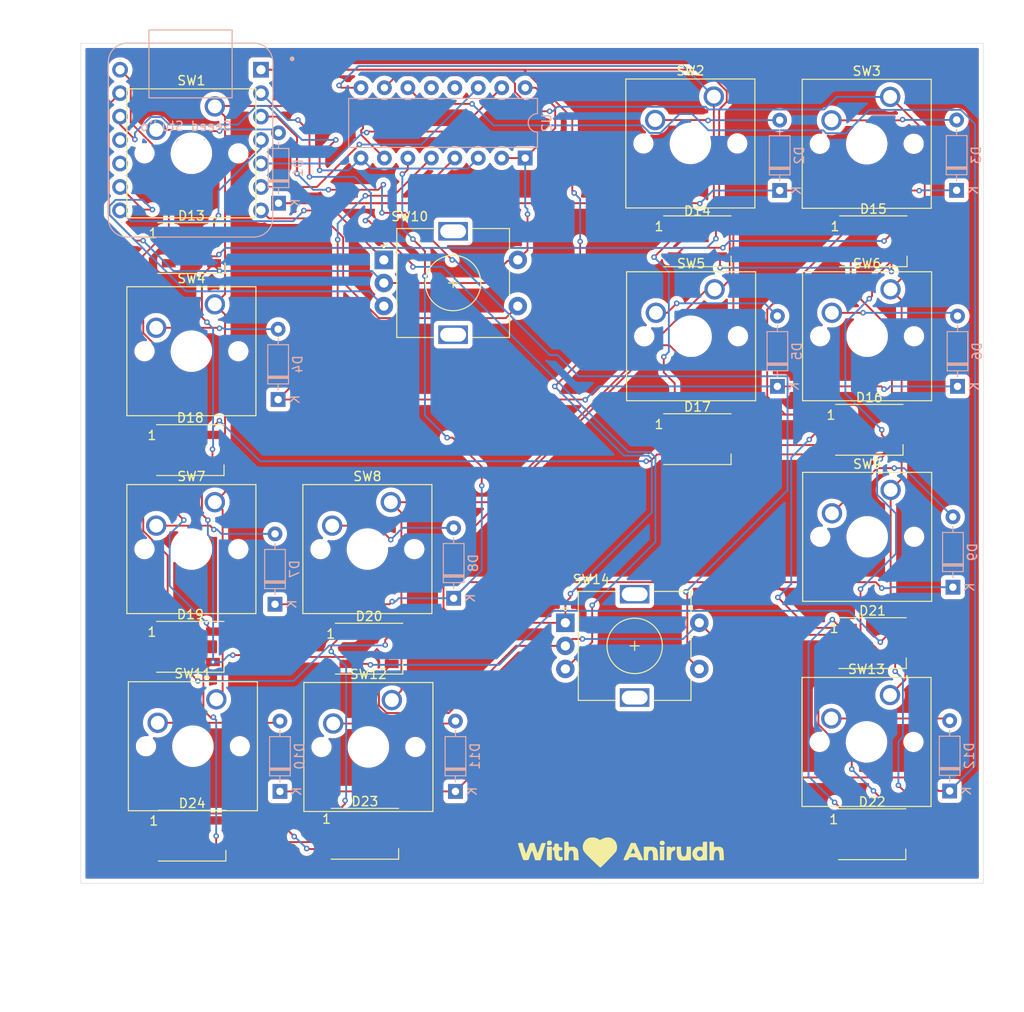
<source format=kicad_pcb>
(kicad_pcb (version 20240108) (generator "pcbnew") (generator_version "8.0")
  (layers (0 "F.Cu" signal) (31 "B.Cu" signal) (34 "B.Paste" user) (35 "F.Paste" user) (36 "B.SilkS" user "B.Silkscreen") (37 "F.SilkS" user "F.Silkscreen") (38 "B.Mask" user) (39 "F.Mask" user) (44 "Edge.Cuts" user))
  (net 0 "")
  (net 1 "Net-(D1-A)")
  (net 2 "Row 0")
  (net 3 "Net-(D2-A)")
  (net 4 "Net-(D3-A)")
  (net 5 "Row 1")
  (net 6 "Net-(D4-A)")
  (net 7 "Net-(D5-A)")
  (net 8 "Net-(D6-A)")
  (net 9 "Net-(D7-A)")
  (net 10 "Row 2")
  (net 11 "Net-(D8-A)")
  (net 12 "Net-(D9-A)")
  (net 13 "Column 1")
  (net 14 "Column 2")
  (net 15 "Column 0")
  (net 16 "Row 3")
  (net 17 "Net-(D10-A)")
  (net 18 "5V")
  (net 19 "Net-(D11-A)")
  (net 20 "GND")
  (net 21 "Net-(D12-A)")
  (net 22 "Net-(D19-DOUT)")
  (net 23 "Net-(D20-DOUT)")
  (net 24 "Net-(D21-DOUT)")
  (net 25 "Net-(D22-DOUT)")
  (net 26 "DIN")
  (net 27 "S1")
  (net 28 "B")
  (net 29 "A")
  (net 30 "S1'")
  (net 31 "Net-(D23-DOUT)")
  (net 32 "Net-(D13-DOUT)")
  (net 33 "Net-(D14-DOUT)")
  (net 34 "Net-(D15-DOUT)")
  (net 35 "A1")
  (net 36 "B1")
  (net 37 "Net-(D16-DOUT)")
  (net 39 "SCL")
  (net 40 "3.3v")
  (net 41 "SDA")
  (net 42 "Net-(D17-DOUT)")
  (net 44 "Net-(D18-DOUT)")
  (footprint "Button_Switch_Keyboard:SW_Cherry_MX_1.00u_PCB" (layer "F.Cu") (at 133.50875 87.78875)
    (property "Reference" "SW8")
    (property "Value" "SW_Push_45deg")
  )
  (footprint "Rotary_Encoder:RotaryEncoder_Alps_EC11E-Switch_Vertical_H20mm" (layer "F.Cu") (at 152.4 100.85)
    (property "Reference" "SW14")
    (property "Value" "RotaryEncoder_Switch")
  )
  (footprint "Button_Switch_Keyboard:SW_Cherry_MX_1.00u_PCB" (layer "F.Cu") (at 187.6 64.7375)
    (property "Reference" "SW6")
    (property "Value" "SW_Push_45deg")
  )
  (footprint "name:name" (layer "F.Cu") (at 158.4 132.55)
    (property "Reference" "G***" (hide yes))
    (property "Value" "LOGO" (hide yes))
  )
  (footprint "LED_SMD:LED_WS2812B_PLCC4_5.0x5.0mm_P3.2mm" (layer "F.Cu") (at 185.3 79.95)
    (property "Reference" "D16")
    (property "Value" "WS2812B")
  )
  (footprint "LED_SMD:LED_WS2812B_PLCC4_5.0x5.0mm_P3.2mm" (layer "F.Cu") (at 185.7375 59.53125)
    (property "Reference" "D15")
    (property "Value" "WS2812B")
  )
  (footprint "Button_Switch_Keyboard:SW_Cherry_MX_1.00u_PCB" (layer "F.Cu") (at 114.45875 44.92625)
    (property "Reference" "SW1")
    (property "Value" "SW_Push_45deg")
  )
  (footprint "Button_Switch_Keyboard:SW_Cherry_MX_1.00u_PCB" (layer "F.Cu") (at 168.55 64.7375)
    (property "Reference" "SW5")
    (property "Value" "SW_Push_45deg")
  )
  (footprint "Button_Switch_Keyboard:SW_Cherry_MX_1.00u_PCB" (layer "F.Cu") (at 114.62 109.13875)
    (property "Reference" "SW11")
    (property "Value" "SW_Push_45deg")
  )
  (footprint "Button_Switch_Keyboard:SW_Cherry_MX_1.00u_PCB" (layer "F.Cu") (at 187.56 43.89375)
    (property "Reference" "SW3")
    (property "Value" "SW_Push_45deg")
  )
  (footprint "Rotary_Encoder:RotaryEncoder_Alps_EC11E-Switch_Vertical_H20mm" (layer "F.Cu") (at 132.75 61.55)
    (property "Reference" "SW10")
    (property "Value" "RotaryEncoder_Switch")
  )
  (footprint "LED_SMD:LED_WS2812B_PLCC4_5.0x5.0mm_P3.2mm" (layer "F.Cu") (at 166.6875 59.53125)
    (property "Reference" "D14")
    (property "Value" "WS2812B")
  )
  (footprint "LED_SMD:LED_WS2812B_PLCC4_5.0x5.0mm_P3.2mm" (layer "F.Cu") (at 185.6 123.75)
    (property "Reference" "D22")
    (property "Value" "WS2812B")
  )
  (footprint "LED_SMD:LED_WS2812B_PLCC4_5.0x5.0mm_P3.2mm" (layer "F.Cu") (at 112 123.9)
    (property "Reference" "D24")
    (property "Value" "WS2812B")
  )
  (footprint "Button_Switch_Keyboard:SW_Cherry_MX_1.00u_PCB" (layer "F.Cu") (at 133.62 109.22)
    (property "Reference" "SW12")
    (property "Value" "SW_Push_45deg")
  )
  (footprint "LED_SMD:LED_WS2812B_PLCC4_5.0x5.0mm_P3.2mm" (layer "F.Cu") (at 130.7 123.7)
    (property "Reference" "D23")
    (property "Value" "WS2812B")
  )
  (footprint "LED_SMD:LED_WS2812B_PLCC4_5.0x5.0mm_P3.2mm" (layer "F.Cu") (at 166.6875 80.9625)
    (property "Reference" "D17")
    (property "Value" "WS2812B")
  )
  (footprint "LED_SMD:LED_WS2812B_PLCC4_5.0x5.0mm_P3.2mm" (layer "F.Cu") (at 111.91875 60.2625)
    (property "Reference" "D13")
    (property "Value" "WS2812B")
  )
  (footprint "LED_SMD:LED_WS2812B_PLCC4_5.0x5.0mm_P3.2mm" (layer "F.Cu") (at 185.65 103.05)
    (property "Reference" "D21")
    (property "Value" "WS2812B")
  )
  (footprint "Button_Switch_Keyboard:SW_Cherry_MX_1.00u_PCB" (layer "F.Cu") (at 114.45875 66.3575)
    (property "Reference" "SW4")
    (property "Value" "SW_Push_45deg")
  )
  (footprint "Button_Switch_Keyboard:SW_Cherry_MX_1.00u_PCB" (layer "F.Cu") (at 187.61 86.45625)
    (property "Reference" "SW9")
    (property "Value" "SW_Push_45deg")
  )
  (footprint "LED_SMD:LED_WS2812B_PLCC4_5.0x5.0mm_P3.2mm" (layer "F.Cu") (at 111.8 103.45)
    (property "Reference" "D19")
    (property "Value" "WS2812B")
  )
  (footprint "Button_Switch_Keyboard:SW_Cherry_MX_1.00u_PCB" (layer "F.Cu") (at 114.45875 87.78875)
    (property "Reference" "SW7")
    (property "Value" "SW_Push_45deg")
  )
  (footprint "Button_Switch_Keyboard:SW_Cherry_MX_1.00u_PCB" (layer "F.Cu") (at 187.54 108.6725)
    (property "Reference" "SW13")
    (property "Value" "SW_Push_45deg")
  )
  (footprint "LED_SMD:LED_WS2812B_PLCC4_5.0x5.0mm_P3.2mm" (layer "F.Cu") (at 131.15 103.65)
    (property "Reference" "D20")
    (property "Value" "WS2812B")
  )
  (footprint "Button_Switch_Keyboard:SW_Cherry_MX_1.00u_PCB" (layer "F.Cu") (at 168.47 43.85875)
    (property "Reference" "SW2")
    (property "Value" "SW_Push_45deg")
  )
  (footprint "LED_SMD:LED_WS2812B_PLCC4_5.0x5.0mm_P3.2mm" (layer "F.Cu") (at 111.8 82.15)
    (property "Reference" "D18")
    (property "Value" "WS2812B")
  )
  (footprint "Diode_THT:D_DO-35_SOD27_P7.62mm_Horizontal" (layer "B.Cu") (at 194.35 96.99625 90)
    (property "Reference" "D9")
    (property "Value" "1N4148")
  )
  (footprint "Diode_THT:D_DO-35_SOD27_P7.62mm_Horizontal" (layer "B.Cu") (at 140.5 119.11 90)
    (property "Reference" "D11")
    (property "Value" "1N4148")
  )
  (footprint "Package_DIP:CERDIP-16_W7.62mm_SideBrazed" (layer "B.Cu") (at 148.05 50.52 90)
    (property "Reference" "U2")
    (property "Value" "PCF8574")
  )
  (footprint "Diode_THT:D_DO-35_SOD27_P7.62mm_Horizontal" (layer "B.Cu") (at 121.5 119.11 90)
    (property "Reference" "D10")
    (property "Value" "1N4148")
  )
  (footprint "Diode_THT:D_DO-35_SOD27_P7.62mm_Horizontal" (layer "B.Cu") (at 140.30875 98.18875 90)
    (property "Reference" "D8")
    (property "Value" "1N4148")
  )
  (footprint "Diode_THT:D_DO-35_SOD27_P7.62mm_Horizontal" (layer "B.Cu") (at 194 119.0625 90)
    (property "Reference" "D12")
    (property "Value" "1N4148")
  )
  (footprint "Diode_THT:D_DO-35_SOD27_P7.62mm_Horizontal" (layer "B.Cu") (at 175.35 75.2475 90)
    (property "Reference" "D5")
    (property "Value" "1N4148")
  )
  (footprint "Diode_THT:D_DO-35_SOD27_P7.62mm_Horizontal" (layer "B.Cu") (at 121.30875 76.6675 90)
    (property "Reference" "D4")
    (property "Value" "1N4148")
  )
  (footprint "Seeed Studio XIAO Series Library:XIAO-Generic-Thruhole-14P-2.54-21X17.8MM" (layer "B.Cu") (at 111.825 48.57 180)
    (property "Reference" "U1")
    (property "Value" "Seeed Studio XIAO SAMD21" (hide yes))
  )
  (footprint "Diode_THT:D_DO-35_SOD27_P7.62mm_Horizontal" (layer "B.Cu") (at 121.34875 55.40625 90)
    (property "Reference" "D1")
    (property "Value" "1N4148")
  )
  (footprint "Diode_THT:D_DO-35_SOD27_P7.62mm_Horizontal" (layer "B.Cu") (at 194.85 75.2475 90)
    (property "Reference" "D6")
    (property "Value" "1N4148")
  )
  (footprint "Diode_THT:D_DO-35_SOD27_P7.62mm_Horizontal" (layer "B.Cu") (at 194.75 54.00875 90)
    (property "Reference" "D3")
    (property "Value" "1N4148")
  )
  (footprint "Diode_THT:D_DO-35_SOD27_P7.62mm_Horizontal" (layer "B.Cu") (at 120.96875 98.84125 90)
    (property "Reference" "D7")
    (property "Value" "1N4148")
  )
  (footprint "Diode_THT:D_DO-35_SOD27_P7.62mm_Horizontal" (layer "B.Cu") (at 175.6 54.03375 90)
    (property "Reference" "D2")
    (property "Value" "1N4148")
  )
  (gr_rect (start 99.95 38.1) (end 197.64375 129.05625) (stroke (width 0.05)) (fill none) (layer "Edge.Cuts"))
  (segment (start 109.664384 47.46625) (end 109.798134 47.6) (width 0.2) (layer "F.Cu") (net 1))
  (segment (start 109.798134 47.6) (end 114.958749 47.6) (width 0.2) (layer "F.Cu") (net 1))
  (segment (start 108.10875 47.46625) (end 109.664384 47.46625) (width 0.2) (layer "F.Cu") (net 1))
  (via (at 114.958749 47.6) (size 0.6) (drill 0.3) (layers "F.Cu" "B.Cu") (net 1))
  (segment (start 120.9825 47.42) (end 121.34875 47.78625) (width 0.2) (layer "B.Cu") (net 1))
  (segment (start 114.958749 47.6) (end 115.138749 47.42) (width 0.2) (layer "B.Cu") (net 1))
  (segment (start 115.138749 47.42) (end 120.9825 47.42) (width 0.2) (layer "B.Cu") (net 1))
  (segment (start 135.54375 55.40625) (end 140.43 50.52) (width 0.2) (layer "F.Cu") (net 2))
  (segment (start 121.34875 55.40625) (end 135.54375 55.40625) (width 0.2) (layer "F.Cu") (net 2))
  (segment (start 175.6 54.03375) (end 190.68375 54.03375) (width 0.2) (layer "F.Cu") (net 2))
  (segment (start 166.90625 55.40625) (end 166.95 55.45) (width 0.2) (layer "F.Cu") (net 2))
  (segment (start 190.68375 54.03375) (end 190.7 54.05) (width 0.2) (layer "F.Cu") (net 2))
  (segment (start 121.34875 55.40625) (end 166.90625 55.40625) (width 0.2) (layer "F.Cu") (net 2))
  (via (at 166.95 55.45) (size 0.6) (drill 0.3) (layers "F.Cu" "B.Cu") (net 2))
  (via (at 190.7 54.05) (size 0.6) (drill 0.3) (layers "F.Cu" "B.Cu") (net 2))
  (segment (start 168.36625 54.03375) (end 175.6 54.03375) (width 0.2) (layer "B.Cu") (net 2))
  (segment (start 166.95 55.45) (end 168.36625 54.03375) (width 0.2) (layer "B.Cu") (net 2))
  (segment (start 190.7 54.05) (end 190.74125 54.00875) (width 0.2) (layer "B.Cu") (net 2))
  (segment (start 190.74125 54.00875) (end 194.75 54.00875) (width 0.2) (layer "B.Cu") (net 2))
  (segment (start 162.12 46.39875) (end 167.79875 46.39875) (width 0.2) (layer "F.Cu") (net 3))
  (segment (start 167.79875 46.39875) (end 167.85 46.45) (width 0.2) (layer "F.Cu") (net 3))
  (via (at 167.85 46.45) (size 0.6) (drill 0.3) (layers "F.Cu" "B.Cu") (net 3))
  (segment (start 167.88625 46.41375) (end 175.6 46.41375) (width 0.2) (layer "B.Cu") (net 3))
  (segment (start 167.85 46.45) (end 167.88625 46.41375) (width 0.2) (layer "B.Cu") (net 3))
  (segment (start 188.81625 46.43375) (end 188.9 46.35) (width 0.2) (layer "F.Cu") (net 4))
  (segment (start 181.21 46.43375) (end 188.81625 46.43375) (width 0.2) (layer "F.Cu") (net 4))
  (via (at 188.9 46.35) (size 0.6) (drill 0.3) (layers "F.Cu" "B.Cu") (net 4))
  (segment (start 188.9 46.35) (end 188.93875 46.38875) (width 0.2) (layer "B.Cu") (net 4))
  (segment (start 188.93875 46.38875) (end 194.75 46.38875) (width 0.2) (layer "B.Cu") (net 4))
  (segment (start 127.75 59.35) (end 127.75 70.22625) (width 0.2) (layer "F.Cu") (net 5))
  (segment (start 137.89 50.52) (end 133.81 54.6) (width 0.2) (layer "F.Cu") (net 5))
  (segment (start 127.75 70.22625) (end 121.30875 76.6675) (width 0.2) (layer "F.Cu") (net 5))
  (segment (start 186.5975 75.2475) (end 186.9 75.55) (width 0.2) (layer "F.Cu") (net 5))
  (segment (start 175.35 75.2475) (end 186.5975 75.2475) (width 0.2) (layer "F.Cu") (net 5))
  (segment (start 133.81 54.6) (end 130.75 54.6) (width 0.2) (layer "F.Cu") (net 5))
  (segment (start 154.5175 76.6675) (end 154.55 76.7) (width 0.2) (layer "F.Cu") (net 5))
  (segment (start 121.30875 76.6675) (end 154.5175 76.6675) (width 0.2) (layer "F.Cu") (net 5))
  (via (at 186.9 75.55) (size 0.6) (drill 0.3) (layers "F.Cu" "B.Cu") (net 5))
  (via (at 154.55 76.7) (size 0.6) (drill 0.3) (layers "F.Cu" "B.Cu") (net 5))
  (via (at 127.75 59.35) (size 0.6) (drill 0.3) (layers "F.Cu" "B.Cu") (net 5))
  (via (at 130.75 54.6) (size 0.6) (drill 0.3) (layers "F.Cu" "B.Cu") (net 5))
  (segment (start 127.75 57.6) (end 127.75 59.35) (width 0.2) (layer "B.Cu") (net 5))
  (segment (start 130.75 54.6) (end 127.75 57.6) (width 0.2) (layer "B.Cu") (net 5))
  (segment (start 156.0025 75.2475) (end 175.35 75.2475) (width 0.2) (layer "B.Cu") (net 5))
  (segment (start 186.9 75.55) (end 187.25 75.55) (width 0.2) (layer "B.Cu") (net 5))
  (segment (start 187.5525 75.2475) (end 194.85 75.2475) (width 0.2) (layer "B.Cu") (net 5))
  (segment (start 154.55 76.7) (end 156.0025 75.2475) (width 0.2) (layer "B.Cu") (net 5))
  (segment (start 187.25 75.55) (end 187.5525 75.2475) (width 0.2) (layer "B.Cu") (net 5))
  (segment (start 108.10875 68.8975) (end 114.906249 68.8975) (width 0.2) (layer "F.Cu") (net 6))
  (segment (start 114.906249 68.8975) (end 114.958749 68.95) (width 0.2) (layer "F.Cu") (net 6))
  (via (at 114.958749 68.95) (size 0.6) (drill 0.3) (layers "F.Cu" "B.Cu") (net 6))
  (segment (start 115.4975 69.0475) (end 121.30875 69.0475) (width 0.2) (layer "B.Cu") (net 6))
  (segment (start 115.4 68.95) (end 115.4975 69.0475) (width 0.2) (layer "B.Cu") (net 6))
  (segment (start 114.958749 68.95) (end 115.4 68.95) (width 0.2) (layer "B.Cu") (net 6))
  (segment (start 163.4225 67.2775) (end 164.45 66.25) (width 0.2) (layer "F.Cu") (net 7))
  (segment (start 162.2 67.2775) (end 163.4225 67.2775) (width 0.2) (layer "F.Cu") (net 7))
  (via (at 164.45 66.25) (size 0.6) (drill 0.3) (layers "F.Cu" "B.Cu") (net 7))
  (segment (start 173.9725 66.25) (end 175.35 67.6275) (width 0.2) (layer "B.Cu") (net 7))
  (segment (start 164.45 66.25) (end 173.9725 66.25) (width 0.2) (layer "B.Cu") (net 7))
  (segment (start 184.62103 67.2775) (end 184.624265 67.274265) (width 0.2) (layer "F.Cu") (net 8))
  (segment (start 181.25 67.2775) (end 184.62103 67.2775) (width 0.2) (layer "F.Cu") (net 8))
  (via (at 184.624265 67.274265) (size 0.6) (drill 0.3) (layers "F.Cu" "B.Cu") (net 8))
  (segment (start 194.496765 67.274265) (end 194.85 67.6275) (width 0.2) (layer "B.Cu") (net 8))
  (segment (start 184.624265 67.274265) (end 194.496765 67.274265) (width 0.2) (layer "B.Cu") (net 8))
  (segment (start 108.10875 90.32875) (end 113.92875 90.32875) (width 0.2) (layer "F.Cu") (net 9))
  (segment (start 113.92875 90.32875) (end 114.35 90.75) (width 0.2) (layer "F.Cu") (net 9))
  (via (at 114.35 90.75) (size 0.6) (drill 0.3) (layers "F.Cu" "B.Cu") (net 9))
  (segment (start 115.17125 91.22125) (end 120.96875 91.22125) (width 0.2) (layer "B.Cu") (net 9))
  (segment (start 114.35 90.75) (end 114.7 90.75) (width 0.2) (layer "B.Cu") (net 9))
  (segment (start 114.7 90.75) (end 115.17125 91.22125) (width 0.2) (layer "B.Cu") (net 9))
  (segment (start 134.9 52.2) (end 134.8 52.2) (width 0.2) (layer "F.Cu") (net 10))
  (segment (start 140.30875 98.18875) (end 142.0475 96.45) (width 0.2) (layer "F.Cu") (net 10))
  (segment (start 143.35 83.95) (end 143.35 86) (width 0.2) (layer "F.Cu") (net 10))
  (segment (start 120.96875 98.84125) (end 133.35875 98.84125) (width 0.2) (layer "F.Cu") (net 10))
  (segment (start 135.35 51.75) (end 134.9 52.2) (width 0.2) (layer "F.Cu") (net 10))
  (segment (start 135.9 59.3) (end 137.2 60.6) (width 0.2) (layer "F.Cu") (net 10))
  (segment (start 139.6 80.8) (end 140.2 80.8) (width 0.2) (layer "F.Cu") (net 10))
  (segment (start 134.8 52.2) (end 134.75 52.25) (width 0.2) (layer "F.Cu") (net 10))
  (segment (start 133.35875 98.84125) (end 133.65 98.55) (width 0.2) (layer "F.Cu") (net 10))
  (segment (start 142.0475 96.45) (end 186 96.45) (width 0.2) (layer "F.Cu") (net 10))
  (segment (start 186 96.45) (end 186.65 97.1) (width 0.2) (layer "F.Cu") (net 10))
  (segment (start 140.2 80.8) (end 143.35 83.95) (width 0.2) (layer "F.Cu") (net 10))
  (segment (start 137.2 60.6) (end 137.2 63.3) (width 0.2) (layer "F.Cu") (net 10))
  (segment (start 135.35 50.52) (end 135.35 51.75) (width 0.2) (layer "F.Cu") (net 10))
  (via (at 143.35 86) (size 0.6) (drill 0.3) (layers "F.Cu" "B.Cu") (net 10))
  (via (at 134.75 52.25) (size 0.6) (drill 0.3) (layers "F.Cu" "B.Cu") (net 10))
  (via (at 139.6 80.8) (size 0.6) (drill 0.3) (layers "F.Cu" "B.Cu") (net 10))
  (via (at 133.65 98.55) (size 0.6) (drill 0.3) (layers "F.Cu" "B.Cu") (net 10))
  (via (at 137.2 63.3) (size 0.6) (drill 0.3) (layers "F.Cu" "B.Cu") (net 10))
  (via (at 186.65 97.1) (size 0.6) (drill 0.3) (layers "F.Cu" "B.Cu") (net 10))
  (via (at 135.9 59.3) (size 0.6) (drill 0.3) (layers "F.Cu" "B.Cu") (net 10))
  (segment (start 187.60375 96.99625) (end 194.35 96.99625) (width 0.2) (layer "B.Cu") (net 10))
  (segment (start 143.35 86) (end 143.35 95.1475) (width 0.2) (layer "B.Cu") (net 10))
  (segment (start 187.5 97.1) (end 187.60375 96.99625) (width 0.2) (layer "B.Cu") (net 10))
  (segment (start 143.35 95.1475) (end 140.30875 98.18875) (width 0.2) (layer "B.Cu") (net 10))
  (segment (start 134.75 58.15) (end 135.9 59.3) (width 0.2) (layer "B.Cu") (net 10))
  (segment (start 137.2 78.4) (end 139.6 80.8) (width 0.2) (layer "B.Cu") (net 10))
  (segment (start 137.2 63.3) (end 137.2 78.4) (width 0.2) (layer "B.Cu") (net 10))
  (segment (start 134 98.55) (end 134.36125 98.18875) (width 0.2) (layer "B.Cu") (net 10))
  (segment (start 134.75 52.25) (end 134.75 58.15) (width 0.2) (layer "B.Cu") (net 10))
  (segment (start 133.65 98.55) (end 134 98.55) (width 0.2) (layer "B.Cu") (net 10))
  (segment (start 186.65 97.1) (end 187.5 97.1) (width 0.2) (layer "B.Cu") (net 10))
  (segment (start 134.36125 98.18875) (end 140.30875 98.18875) (width 0.2) (layer "B.Cu") (net 10))
  (segment (start 131.97875 90.32875) (end 133.5 91.85) (width 0.2) (layer "F.Cu") (net 11))
  (segment (start 127.15875 90.32875) (end 131.97875 90.32875) (width 0.2) (layer "F.Cu") (net 11))
  (via (at 133.5 91.85) (size 0.6) (drill 0.3) (layers "F.Cu" "B.Cu") (net 11))
  (segment (start 134.78125 90.56875) (end 140.30875 90.56875) (width 0.2) (layer "B.Cu") (net 11))
  (segment (start 133.5 91.85) (end 134.78125 90.56875) (width 0.2) (layer "B.Cu") (net 11))
  (segment (start 181.26 88.99625) (end 186.15625 84.1) (width 0.2) (layer "F.Cu") (net 12))
  (segment (start 186.15625 84.1) (end 188 84.1) (width 0.2) (layer "F.Cu") (net 12))
  (via (at 188 84.1) (size 0.6) (drill 0.3) (layers "F.Cu" "B.Cu") (net 12))
  (segment (start 189.07375 84.1) (end 194.35 89.37625) (width 0.2) (layer "B.Cu") (net 12))
  (segment (start 188 84.1) (end 189.07375 84.1) (width 0.2) (layer "B.Cu") (net 12))
  (segment (start 170.1875 57.13125) (end 170.1875 63.7125) (width 0.2) (layer "F.Cu") (net 13))
  (segment (start 170.1875 63.7125) (end 169.1625 64.7375) (width 0.2) (layer "F.Cu") (net 13))
  (segment (start 130.27 42.9) (end 128.15 42.9) (width 0.2) (layer "F.Cu") (net 13))
  (segment (start 144.655806 87.78875) (end 167.707056 64.7375) (width 0.2) (layer "F.Cu") (net 13))
  (segment (start 168.47 43.85875) (end 168.47 55.41375) (width 0.2) (layer "F.Cu") (net 13))
  (segment (start 167.707056 64.7375) (end 168.55 64.7375) (width 0.2) (layer "F.Cu") (net 13))
  (segment (start 128.15 42.9) (end 127.9 42.65) (width 0.2) (layer "F.Cu") (net 13))
  (segment (start 134.65 88.93) (end 134.65 108.19) (width 0.2) (layer "F.Cu") (net 13))
  (segment (start 169.1625 64.7375) (end 168.55 64.7375) (width 0.2) (layer "F.Cu") (net 13))
  (segment (start 134.65 108.19) (end 133.62 109.22) (width 0.2) (layer "F.Cu") (net 13))
  (segment (start 168.47 55.41375) (end 170.1875 57.13125) (width 0.2) (layer "F.Cu") (net 13))
  (segment (start 133.50875 87.78875) (end 144.655806 87.78875) (width 0.2) (layer "F.Cu") (net 13))
  (segment (start 133.50875 87.78875) (end 134.65 88.93) (width 0.2) (layer "F.Cu") (net 13))
  (via (at 127.9 42.65) (size 0.6) (drill 0.3) (layers "F.Cu" "B.Cu") (net 13))
  (segment (start 130 40.55) (end 165.16125 40.55) (width 0.2) (layer "B.Cu") (net 13))
  (segment (start 127.9 42.65) (end 130 40.55) (width 0.2) (layer "B.Cu") (net 13))
  (segment (start 165.16125 40.55) (end 168.47 43.85875) (width 0.2) (layer "B.Cu") (net 13))
  (segment (start 189.2 107.0125) (end 187.54 108.6725) (width 0.2) (layer "F.Cu") (net 14))
  (segment (start 188.8 85.26625) (end 187.61 86.45625) (width 0.2) (layer "F.Cu") (net 14))
  (segment (start 189.2 100.7) (end 189.2 107.0125) (width 0.2) (layer "F.Cu") (net 14))
  (segment (start 146.055635 41.55) (end 146.95 42.444365) (width 0.2) (layer "F.Cu") (net 14))
  (segment (start 146.95 43.355635) (end 149.044365 45.45) (width 0.2) (layer "F.Cu") (net 14))
  (segment (start 187.61 99.11) (end 189.2 100.7) (width 0.2) (layer "F.Cu") (net 14))
  (segment (start 132.81 42.9) (end 134.16 41.55) (width 0.2) (layer "F.Cu") (net 14))
  (segment (start 191.3 47.63375) (end 191.3 61.0375) (width 0.2) (layer "F.Cu") (net 14))
  (segment (start 134.16 41.55) (end 146.055635 41.55) (width 0.2) (layer "F.Cu") (net 14))
  (segment (start 146.95 42.444365) (end 146.95 43.355635) (width 0.2) (layer "F.Cu") (net 14))
  (segment (start 187.61 86.45625) (end 187.61 99.11) (width 0.2) (layer "F.Cu") (net 14))
  (segment (start 188.8 65.9375) (end 188.8 85.26625) (width 0.2) (layer "F.Cu") (net 14))
  (segment (start 149.044365 45.45) (end 150.7 45.45) (width 0.2) (layer "F.Cu") (net 14))
  (segment (start 187.6 64.7375) (end 188.8 65.9375) (width 0.2) (layer "F.Cu") (net 14))
  (segment (start 191.3 61.0375) (end 187.6 64.7375) (width 0.2) (layer "F.Cu") (net 14))
  (segment (start 187.56 43.89375) (end 191.3 47.63375) (width 0.2) (layer "F.Cu") (net 14))
  (via (at 150.7 45.45) (size 0.6) (drill 0.3) (layers "F.Cu" "B.Cu") (net 14))
  (segment (start 167.590676 44.959324) (end 167.890101 45.25875) (width 0.2) (layer "B.Cu") (net 14))
  (segment (start 151.05 45.45) (end 151.540676 44.959324) (width 0.2) (layer "B.Cu") (net 14))
  (segment (start 167.890101 45.25875) (end 180.405101 45.25875) (width 0.2) (layer "B.Cu") (net 14))
  (segment (start 151.540676 44.959324) (end 167.590676 44.959324) (width 0.2) (layer "B.Cu") (net 14))
  (segment (start 181.770101 43.89375) (end 187.56 43.89375) (width 0.2) (layer "B.Cu") (net 14))
  (segment (start 180.405101 45.25875) (end 181.770101 43.89375) (width 0.2) (layer "B.Cu") (net 14))
  (segment (start 150.7 45.45) (end 151.05 45.45) (width 0.2) (layer "B.Cu") (net 14))
  (segment (start 114.45875 66.3575) (end 115.558749 67.457499) (width 0.2) (layer "F.Cu") (net 15))
  (segment (start 128.85 44.88) (end 130.5 46.53) (width 0.2) (layer "F.Cu") (net 15))
  (segment (start 115.3 108.45875) (end 114.62 109.13875) (width 0.2) (layer "F.Cu") (net 15))
  (segment (start 130.294265 48.004265) (end 132.81 50.52) (width 0.2) (layer "F.Cu") (net 15))
  (segment (start 115.558749 65.257501) (end 114.45875 66.3575) (width 0.2) (layer "F.Cu") (net 15))
  (segment (start 115.558749 46.026249) (end 115.558749 65.257501) (width 0.2) (layer "F.Cu") (net 15))
  (segment (start 114.45875 44.92625) (end 114.505 44.88) (width 0.2) (layer "F.Cu") (net 15))
  (segment (start 130.5 47.301471) (end 130.294265 47.507206) (width 0.2) (layer "F.Cu") (net 15))
  (segment (start 115.3 88.63) (end 115.3 108.45875) (width 0.2) (layer "F.Cu") (net 15))
  (segment (start 130.294265 47.507206) (end 130.294265 48.004265) (width 0.2) (layer "F.Cu") (net 15))
  (segment (start 115.558749 86.688751) (end 114.45875 87.78875) (width 0.2) (layer "F.Cu") (net 15))
  (segment (start 114.45875 87.78875) (end 115.3 88.63) (width 0.2) (layer "F.Cu") (net 15))
  (segment (start 114.505 44.88) (end 128.85 44.88) (width 0.2) (layer "F.Cu") (net 15))
  (segment (start 130.5 46.53) (end 130.5 47.301471) (width 0.2) (layer "F.Cu") (net 15))
  (segment (start 114.45875 44.92625) (end 115.558749 46.026249) (width 0.2) (layer "F.Cu") (net 15))
  (segment (start 115.558749 67.457499) (end 115.558749 86.688751) (width 0.2) (layer "F.Cu") (net 15))
  (segment (start 191.35 117.6) (end 192.8125 119.0625) (width 0.2) (layer "F.Cu") (net 16))
  (segment (start 192.8125 119.0625) (end 194 119.0625) (width 0.2) (layer "F.Cu") (net 16))
  (segment (start 135.35 42.9) (end 137.1 44.65) (width 0.2) (layer "F.Cu") (net 16))
  (segment (start 140.5 119.11) (end 142.01 117.6) (width 0.2) (layer "F.Cu") (net 16))
  (segment (start 121.5 119.11) (end 140.5 119.11) (width 0.2) (layer "F.Cu") (net 16))
  (segment (start 137.1 44.65) (end 142.3 44.65) (width 0.2) (layer "F.Cu") (net 16))
  (segment (start 142.01 117.6) (end 191.35 117.6) (width 0.2) (layer "F.Cu") (net 16))
  (via (at 142.3 44.65) (size 0.6) (drill 0.3) (layers "F.Cu" "B.Cu") (net 16))
  (segment (start 180.630101 47.83375) (end 182.76625 47.83375) (width 0.2) (layer "B.Cu") (net 16))
  (segment (start 185.3 45.3) (end 194.283115 45.3) (width 0.2) (layer "B.Cu") (net 16))
  (segment (start 144.628649 46.978649) (end 160.72 46.978649) (width 0.2) (layer "B.Cu") (net 16))
  (segment (start 180.310101 47.51375) (end 180.630101 47.83375) (width 0.2) (layer "B.Cu") (net 16))
  (segment (start 164.748649 45.75) (end 166.124194 45.75) (width 0.2) (layer "B.Cu") (net 16))
  (segment (start 196.75 46.833115) (end 196.75 116.3125) (width 0.2) (layer "B.Cu") (net 16))
  (segment (start 196.75 116.3125) (end 194 119.0625) (width 0.2) (layer "B.Cu") (net 16))
  (segment (start 195.205635 45.28875) (end 196.75 46.833115) (width 0.2) (layer "B.Cu") (net 16))
  (segment (start 162.699899 47.79875) (end 164.748649 45.75) (width 0.2) (layer "B.Cu") (net 16))
  (segment (start 161.540101 47.79875) (end 162.699899 47.79875) (width 0.2) (layer "B.Cu") (net 16))
  (segment (start 166.124194 45.75) (end 167.887944 47.51375) (width 0.2) (layer "B.Cu") (net 16))
  (segment (start 194.294365 45.28875) (end 195.205635 45.28875) (width 0.2) (layer "B.Cu") (net 16))
  (segment (start 182.76625 47.83375) (end 185.3 45.3) (width 0.2) (layer "B.Cu") (net 16))
  (segment (start 160.72 46.978649) (end 161.540101 47.79875) (width 0.2) (layer "B.Cu") (net 16))
  (segment (start 194.283115 45.3) (end 194.294365 45.28875) (width 0.2) (layer "B.Cu") (net 16))
  (segment (start 167.887944 47.51375) (end 180.310101 47.51375) (width 0.2) (layer "B.Cu") (net 16))
  (segment (start 142.3 44.65) (end 144.628649 46.978649) (width 0.2) (layer "B.Cu") (net 16))
  (segment (start 121.31125 111.67875) (end 121.5 111.49) (width 0.2) (layer "F.Cu") (net 17))
  (segment (start 108.27 111.67875) (end 121.31125 111.67875) (width 0.2) (layer "F.Cu") (net 17))
  (segment (start 109.16875 58.6125) (end 106.70875 61.0725) (width 0.2) (layer "F.Cu") (net 18))
  (segment (start 181.5 78.3) (end 182.85 78.3) (width 0.2) (layer "F.Cu") (net 18))
  (segment (start 183.2 101.4) (end 182.2 101.4) (width 0.2) (layer "F.Cu") (net 18))
  (segment (start 109.35 80.5) (end 106.70875 83.14125) (width 0.2) (layer "F.Cu") (net 18))
  (segment (start 105.35 42.1) (end 104.2 40.95) (width 0.2) (layer "F.Cu") (net 18))
  (segment (start 128.7 102) (end 128.4 102) (width 0.2) (layer "F.Cu") (net 18))
  (segment (start 106.70875 90.908649) (end 109.35 93.549899) (width 0.2) (layer "F.Cu") (net 18))
  (segment (start 182.85 78.3) (end 176.2025 78.3) (width 0.2) (layer "F.Cu") (net 18))
  (segment (start 128.4 102) (end 127.05 103.35) (width 0.2) (layer "F.Cu") (net 18))
  (segment (start 109.35 72.118649) (end 109.35 80.5) (width 0.2) (layer "F.Cu") (net 18))
  (segment (start 174.25 66.91875) (end 183.2875 57.88125) (width 0.2) (layer "F.Cu") (net 18))
  (segment (start 128.25 120.75) (end 128.25 122.05) (width 0.2) (layer "F.Cu") (net 18))
  (segment (start 164.2375 79.3125) (end 164.2375 74.913402) (width 0.2) (layer "F.Cu") (net 18))
  (segment (start 128.25 122.05) (end 129 121.3) (width 0.2) (layer "F.Cu") (net 18))
  (segment (start 128.55 120.1) (end 128.55 120.45) (width 0.2) (layer "F.Cu") (net 18))
  (segment (start 182.35 121.1) (end 182.35 121.3) (width 0.2) (layer "F.Cu") (net 18))
  (segment (start 109.46875 58.6125) (end 109.16875 58.6125) (width 0.2) (layer "F.Cu") (net 18))
  (segment (start 174.25 76.3475) (end 174.25 66.91875) (width 0.2) (layer "F.Cu") (net 18))
  (segment (start 165.25 78.3) (end 164.2375 79.3125) (width 0.2) (layer "F.Cu") (net 18))
  (segment (start 109.35 93.549899) (end 109.35 101.8) (width 0.2) (layer "F.Cu") (net 18))
  (segment (start 182.85 78.3) (end 165.25 78.3) (width 0.2) (layer "F.Cu") (net 18))
  (segment (start 109.46875 58.6125) (end 109.46875 50.806149) (width 0.2) (layer "F.Cu") (net 18))
  (segment (start 109.55 122.25) (end 110.3 121.5) (width 0.2) (layer "F.Cu") (net 18))
  (segment (start 110.3 121.5) (end 127.7 121.5) (width 0.2) (layer "F.Cu") (net 18))
  (segment (start 106.70875 83.14125) (end 106.70875 90.908649) (width 0.2) (layer "F.Cu") (net 18))
  (segment (start 182.2 101.4) (end 181.3 100.5) (width 0.2) (layer "F.Cu") (net 18))
  (segment (start 162 61.25) (end 164.2375 59.0125) (width 0.2) (layer "F.Cu") (net 18))
  (segment (start 178.8 81) (end 181.5 78.3) (width 0.2) (layer "F.Cu") (net 18))
  (segment (start 163.05 73.725902) (end 163.05 72.05) (width 0.2) (layer "F.Cu") (net 18))
  (segment (start 109.46875 50.806149) (end 105.35 46.687399) (width 0.2) (layer "F.Cu") (net 18))
  (segment (start 105.8 118.5) (end 109.55 122.25) (width 0.2) (layer "F.Cu") (net 18))
  (segment (start 128.55 120.45) (end 128.25 120.75) (width 0.2) (layer "F.Cu") (net 18))
  (segment (start 127.7 121.5) (end 128.25 122.05) (width 0.2) (layer "F.Cu") (net 18))
  (segment (start 109.35 101.8) (end 105.8 105.35) (width 0.2) (layer "F.Cu") (net 18))
  (segment (start 176.2025 78.3) (end 174.25 76.3475) (width 0.2) (layer "F.Cu") (net 18))
  (segment (start 106.70875 69.477399) (end 109.35 72.118649) (width 0.2) (layer "F.Cu") (net 18))
  (segment (start 182.35 121.3) (end 183.15 122.1) (width 0.2) (layer "F.Cu") (net 18))
  (segment (start 129 121.3) (end 182.35 121.3) (width 0.2) (layer "F.Cu") (net 18))
  (segment (start 106.70875 61.0725) (end 106.70875 69.477399) (width 0.2) (layer "F.Cu") (net 18))
  (segment (start 178.7 101.4) (end 175.4 98.1) (width 0.2) (layer "F.Cu") (net 18))
  (segment (start 105.8 105.35) (end 105.8 118.5) (width 0.2) (layer "F.Cu") (net 18))
  (segment (start 127.05 103.35) (end 127.05 103.95) (width 0.2) (layer "F.Cu") (net 18))
  (segment (start 181.55 120.3) (end 182.35 121.1) (width 0.2) (layer "F.Cu") (net 18))
  (segment (start 164.2375 74.913402) (end 163.05 73.725902) (width 0.2) (layer "F.Cu") (net 18))
  (segment (start 183.2 101.4) (end 178.7 101.4) (width 0.2) (layer "F.Cu") (net 18))
  (segment (start 164.2375 59.0125) (end 164.2375 57.88125) (width 0.2) (layer "F.Cu") (net 18))
  (segment (start 105.35 46.687399) (end 105.35 42.1) (width 0.2) (layer "F.Cu") (net 18))
  (via (at 162 61.25) (size 0.6) (drill 0.3) (layers "F.Cu" "B.Cu") (net 18))
  (via (at 181.3 100.5) (size 0.6) (drill 0.3) (layers "F.Cu" "B.Cu") (net 18))
  (via (at 178.8 81) (size 0.6) (drill 0.3) (layers "F.Cu" "B.Cu") (net 18))
  (via (at 175.4 98.1) (size 0.6) (drill 0.3) (layers "F.Cu" "B.Cu") (net 18))
  (via (at 181.55 120.3) (size 0.6) (drill 0.3) (layers "F.Cu" "B.Cu") (net 18))
  (via (at 163.05 72.05) (size 0.6) (drill 0.3) (layers "F.Cu" "B.Cu") (net 18))
  (via (at 127.05 103.95) (size 0.6) (drill 0.3) (layers "F.Cu" "B.Cu") (net 18))
  (via (at 128.55 120.1) (size 0.6) (drill 0.3) (layers "F.Cu" "B.Cu") (net 18))
  (segment (start 175.4 98.1) (end 176.85 96.65) (width 0.2) (layer "B.Cu") (net 18))
  (segment (start 128.67 105.57) (end 128.67 119.98) (width 0.2) (layer "B.Cu") (net 18))
  (segment (start 178.72 103.08) (end 178.72 117.47) (width 0.2) (layer "B.Cu") (net 18))
  (segment (start 163.6 62.85) (end 162 61.25) (width 0.2) (layer "B.Cu") (net 18))
  (segment (start 128.67 119.98) (end 128.55 120.1) (width 0.2) (layer "B.Cu") (net 18))
  (segment (start 127.05 103.95) (end 128.67 105.57) (width 0.2) (layer "B.Cu") (net 18))
  (segment (start 178.72 117.47) (end 181.55 120.3) (width 0.2) (layer "B.Cu") (net 18))
  (segment (start 163.6 71.5) (end 163.6 62.85) (width 0.2) (layer "B.Cu") (net 18))
  (segment (start 163.05 72.05) (end 163.6 71.5) (width 0.2) (layer "B.Cu") (net 18))
  (segment (start 176.85 96.65) (end 176.85 82.95) (width 0.2) (layer "B.Cu") (net 18))
  (segment (start 181.3 100.5) (end 178.72 103.08) (width 0.2) (layer "B.Cu") (net 18))
  (segment (start 176.85 82.95) (end 178.8 81) (width 0.2) (layer "B.Cu") (net 18))
  (segment (start 140.23 111.76) (end 140.5 111.49) (width 0.2) (layer "F.Cu") (net 19))
  (segment (start 127.27 111.76) (end 140.23 111.76) (width 0.2) (layer "F.Cu") (net 19))
  (segment (start 102.952761 44.737239) (end 102.952761 56.569107) (width 0.2) (layer "F.Cu") (net 20))
  (segment (start 188.1875 61.18125) (end 185.6 63.76875) (width 0.2) (layer "F.Cu") (net 20))
  (segment (start 187.7 62.8) (end 187.7 61.66875) (width 0.2) (layer "F.Cu") (net 20))
  (segment (start 132.4 124.6) (end 133.15 125.35) (width 0.2) (layer "F.Cu") (net 20))
  (segment (start 186.7375 82.6125) (end 169.1375 82.6125) (width 0.2) (layer "F.Cu") (net 20))
  (segment (start 113.05875 84.99125) (end 113.05875 89.0875) (width 0.2) (layer "F.Cu") (net 20))
  (segment (start 118.7 104.35) (end 116.4 104.35) (width 0.2) (layer "F.Cu") (net 20))
  (segment (start 132.75 64.05) (end 143.75 64.05) (width 0.2) (layer "F.Cu") (net 20))
  (segment (start 131.15 104.55) (end 118.9 104.55) (width 0.2) (layer "F.Cu") (net 20))
  (segment (start 105.842562 59.458908) (end 106.691092 59.458908) (width 0.2) (layer "F.Cu") (net 20))
  (segment (start 113.05875 67.75625) (end 113.6 68.2975) (width 0.2) (layer "F.Cu") (net 20))
  (segment (start 188.05 125.4) (end 190.7375 122.7125) (width 0.2) (layer "F.Cu") (net 20))
  (segment (start 143.75 64.05) (end 146.15 61.65) (width 0.2) (layer "F.Cu") (net 20))
  (segment (start 184.35 101.9) (end 184.35 97.2) (width 0.2) (layer "F.Cu") (net 20))
  (segment (start 113.22 110.32) (end 114.1 111.2) (width 0.2) (layer "F.Cu") (net 20))
  (segment (start 166.9 100.85) (end 168.2 102.15) (width 0.2) (layer "F.Cu") (net 20))
  (segment (start 132.22 109.799899) (end 133.040101 110.62) (width 0.2) (layer "F.Cu") (net 20))
  (segment (start 147.25 61.55) (end 148.3 60.5) (width 0.2) (layer "F.Cu") (net 20))
  (segment (start 114.6 123.95) (end 114.6 125.4) (width 0.2) (layer "F.Cu") (net 20))
  (segment (start 186.65 80.5) (end 187.75 81.6) (width 0.2) (layer "F.Cu") (net 20))
  (segment (start 187.15 104.7) (end 184.35 101.9) (width 0.2) (layer "F.Cu") (net 20))
  (segment (start 153.15 102.6) (end 154.25 102.6) (width 0.2) (layer "F.Cu") (net 20))
  (segment (start 113.05875 63.2225) (end 113.05875 67.75625) (width 0.2) (layer "F.Cu") (net 20))
  (segment (start 132.22 106.68) (end 132.22 109.799899) (width 0.2) (layer "F.Cu") (net 20))
  (segment (start 186.65 79.95) (end 186.65 80.5) (width 0.2) (layer "F.Cu") (net 20))
  (segment (start 114.25 105.1) (end 113.22 106.13) (width 0.2) (layer "F.Cu") (net 20))
  (segment (start 114.1 111.2) (end 114.22125 111.07875) (width 0.2) (layer "F.Cu") (net 20))
  (segment (start 114.2 83.75) (end 114.25 83.8) (width 0.2) (layer "F.Cu") (net 20))
  (segment (start 184.1 102.15) (end 184.35 101.9) (width 0.2) (layer "F.Cu") (net 20))
  (segment (start 148.05 42.9) (end 149.18137 42.9) (width 0.2) (layer "F.Cu") (net 20))
  (segment (start 114.2 82.05) (end 114.2 83.75) (width 0.2) (layer "F.Cu") (net 20))
  (segment (start 139.78 110.62) (end 147.05 103.35) (width 0.2) (layer "F.Cu") (net 20))
  (segment (start 147.05 103.35) (end 152.4 103.35) (width 0.2) (layer "F.Cu") (net 20))
  (segment (start 146.15 61.65) (end 147.15 61.65) (width 0.2) (layer "F.Cu") (net 20))
  (segment (start 190.7375 122.7125) (end 190.7375 120.7375) (width 0.2) (layer "F.Cu") (net 20))
  (segment (start 151.3 45.01863) (end 151.3 47.27) (width 0.2) (layer "F.Cu") (net 20))
  (segment (start 152.4 103.35) (end 153.15 102.6) (width 0.2) (layer "F.Cu") (net 20))
  (segment (start 188.1 104.7) (end 187.15 104.7) (width 0.2) (layer "F.Cu") (net 20))
  (segment (start 114.45 125.55) (end 115.4 124.6) (width 0.2) (layer "F.Cu") (net 20))
  (segment (start 115.4 124.6) (end 132.4 124.6) (width 0.2) (layer "F.Cu") (net 20))
  (segment (start 147.15 61.65) (end 147.25 61.55) (width 0.2) (layer "F.Cu") (net 20))
  (segment (start 114.36875 61.9125) (end 114.36875 62.160001) (width 0.2) (layer "F.Cu") (net 20))
  (segment (start 148.05 50.52) (end 145.51 50.52) (width 0.2) (layer "F.Cu") (net 20))
  (segment (start 114.36875 62.160001) (end 114.958749 62.75) (width 0.2) (layer "F.Cu") (net 20))
  (segment (start 133.040101 110.62) (end 139.78 110.62) (width 0.2) (layer "F.Cu") (net 20))
  (segment (start 187.75 81.6) (end 186.7375 82.6125) (width 0.2) (layer "F.Cu") (net 20))
  (segment (start 133.6 105.3) (end 132 103.7) (width 0.2) (layer "F.Cu") (net 20))
  (segment (start 168.2 102.15) (end 184.1 102.15) (width 0.2) (layer "F.Cu") (net 20))
  (segment (start 113.05875 89.0875) (end 113.7 89.72875) (width 0.2) (layer "F.Cu") (net 20))
  (segment (start 151.3 47.27) (end 148.05 50.52) (width 0.2) (layer "F.Cu") (net 20))
  (segment (start 113.22 106.13) (end 113.22 110.32) (width 0.2) (layer "F.Cu") (net 20))
  (segment (start 187.7 61.66875) (end 188.1875 61.18125) (width 0.2) (layer "F.Cu") (net 20))
  (segment (start 185.6 63.76875) (end 185.6 65.45) (width 0.2) (layer "F.Cu") (net 20))
  (segment (start 114.25 83.8) (end 113.05875 84.99125) (width 0.2) (layer "F.Cu") (net 20))
  (segment (start 132 103.7) (end 131.15 104.55) (width 0.2) (layer "F.Cu") (net 20))
  (segment (start 169.1375 62.3875) (end 169.15 62.4) (width 0.2) (layer "F.Cu") (net 20))
  (segment (start 133.6 105.3) (end 132.22 106.68) (width 0.2) (layer "F.Cu") (net 20))
  (segment (start 118.9 104.55) (end 118.7 104.35) (width 0.2) (layer "F.Cu") (net 20))
  (segment (start 190.7375 120.7375) (end 188.45 118.45) (width 0.2) (layer "F.Cu") (net 20))
  (segment (start 104.2 43.49) (end 102.952761 44.737239) (width 0.2) (layer "F.Cu") (net 20))
  (segment (start 188.1 106.1) (end 188.1 104.7) (width 0.2) (layer "F.Cu") (net 20))
  (segment (start 114.36875 61.9125) (end 113.05875 63.2225) (width 0.2) (layer "F.Cu") (net 20))
  (segment (start 185.6 65.45) (end 185.3 65.75) (width 0.2) (layer "F.Cu") (net 20))
  (segment (start 169.1375 61.18125) (end 169.1375 62.3875) (width 0.2) (layer "F.Cu") (net 20))
  (segment (start 114.6 125.4) (end 114.45 125.55) (width 0.2) (layer "F.Cu") (net 20))
  (segment (start 102.952761 56.569107) (end 105.842562 59.458908) (width 0.2) (layer "F.Cu") (net 20))
  (segment (start 186.5 83.1) (end 187.75 81.85) (width 0.2) (layer "F.Cu") (net 20))
  (segment (start 148.3 60.5) (end 148.3 56.6) (width 0.2) (layer "F.Cu") (net 20))
  (segment (start 114.22125 111.07875) (end 114.3 111.07875) (width 0.2) (layer "F.Cu") (net 20))
  (segment (start 187.75 81.85) (end 187.75 81.6) (width 0.2) (layer "F.Cu") (net 20))
  (segment (start 149.18137 42.9) (end 151.3 45.01863) (width 0.2) (layer "F.Cu") (net 20))
  (via (at 169.15 62.4) (size 0.6) (drill 0.3) (layers "F.Cu" "B.Cu") (net 20))
  (via (at 114.2 82.05) (size 0.6) (drill 0.3) (layers "F.Cu" "B.Cu") (net 20))
  (via (at 114.3 111.07875) (size 0.6) (drill 0.3) (layers "F.Cu" "B.Cu") (net 20))
  (via (at 114.25 105.1) (size 0.6) (drill 0.3) (layers "F.Cu" "B.Cu") (net 20))
  (via (at 114.6 123.95) (size 0.6) (drill 0.3) (layers "F.Cu" "B.Cu") (net 20))
  (via (at 113.6 68.2975) (size 0.6) (drill 0.3) (layers "F.Cu" "B.Cu") (net 20))
  (via (at 116.4 104.35) (size 0.6) (drill 0.3) (layers "F.Cu" "B.Cu") (net 20))
  (via (at 186.5 83.1) (size 0.6) (drill 0.3) (layers "F.Cu" "B.Cu") (net 20))
  (via (at 187.7 62.8) (size 0.6) (drill 0.3) (layers "F.Cu" "B.Cu") (net 20))
  (via (at 186.65 79.95) (size 0.6) (drill 0.3) (layers "F.Cu" "B.Cu") (net 20))
  (via (at 148.3 56.6) (size 0.6) (drill 0.3) (layers "F.Cu" "B.Cu") (net 20))
  (via (at 188.1 106.1) (size 0.6) (drill 0.3) (layers "F.Cu" "B.Cu") (net 20))
  (via (at 106.691092 59.458908) (size 0.6) (drill 0.3) (layers "F.Cu" "B.Cu") (net 20))
  (via (at 188.45 118.45) (size 0.6) (drill 0.3) (layers "F.Cu" "B.Cu") (net 20))
  (via (at 114.958749 62.75) (size 0.6) (drill 0.3) (layers "F.Cu" "B.Cu") (net 20))
  (via (at 185.3 65.75) (size 0.6) (drill 0.3) (layers "F.Cu" "B.Cu") (net 20))
  (via (at 113.7 89.72875) (size 0.6) (drill 0.3) (layers "F.Cu" "B.Cu") (net 20))
  (via (at 184.35 97.2) (size 0.6) (drill 0.3) (layers "F.Cu" "B.Cu") (net 20))
  (via (at 154.25 102.6) (size 0.6) (drill 0.3) (layers "F.Cu" "B.Cu") (net 20))
  (segment (start 169.15 62.4) (end 187.3 62.4) (width 0.2) (layer "B.Cu") (net 20))
  (segment (start 114.3 111.07875) (end 114.6 111.37875) (width 0.2) (layer "B.Cu") (net 20))
  (segment (start 106.691092 59.458908) (end 109.982184 62.75) (width 0.2) (layer "B.Cu") (net 20))
  (segment (start 109.982184 62.75) (end 114.958749 62.75) (width 0.2) (layer "B.Cu") (net 20))
  (segment (start 113.7 91.326598) (end 114.26875 91.895348) (width 0.2) (layer "B.Cu") (net 20))
  (segment (start 184.35 97.2) (end 188.189899 93.360101) (width 0.2) (layer "B.Cu") (net 20))
  (segment (start 114.26875 81.98125) (end 114.2 82.05) (width 0.2) (layer "B.Cu") (net 20))
  (segment (start 165.15 102.6) (end 166.9 100.85) (width 0.2) (layer "B.Cu") (net 20))
  (segment (start 154.25 102.6) (end 165.15 102.6) (width 0.2) (layer "B.Cu") (net 20))
  (segment (start 114.26875 105.08125) (end 114.25 105.1) (width 0.2) (layer "B.Cu") (net 20))
  (segment (start 115.2 105.1) (end 114.25 105.1) (width 0.2) (layer "B.Cu") (net 20))
  (segment (start 188.45 113.685444) (end 188.94 113.195444) (width 0.2) (layer "B.Cu") (net 20))
  (segment (start 185.3 65.75) (end 182.71 68.34) (width 0.2) (layer "B.Cu") (net 20))
  (segment (start 115.95 104.35) (end 115.2 105.1) (width 0.2) (layer "B.Cu") (net 20))
  (segment (start 186.15 83.45) (end 186.5 83.1) (width 0.2) (layer "B.Cu") (net 20))
  (segment (start 188.94 106.94) (end 188.1 106.1) (width 0.2) (layer "B.Cu") (net 20))
  (segment (start 114.26875 68.96625) (end 114.26875 81.98125) (width 0.2) (layer "B.Cu") (net 20))
  (segment (start 114.6 111.37875) (end 114.6 123.95) (width 0.2) (layer "B.Cu") (net 20))
  (segment (start 148.05 55.8) (end 148.05 50.52) (width 0.2) (layer "B.Cu") (net 20))
  (segment (start 114.26875 91.895348) (end 114.26875 105.08125) (width 0.2) (layer "B.Cu") (net 20))
  (segment (start 187.3 62.4) (end 187.7 62.8) (width 0.2) (layer "B.Cu") (net 20))
  (segment (start 182.71 76.01) (end 186.65 79.95) (width 0.2) (layer "B.Cu") (net 20))
  (segment (start 148.3 56.6) (end 148.3 56.05) (width 0.2) (layer "B.Cu") (net 20))
  (segment (start 116.4 104.35) (end 115.95 104.35) (width 0.2) (layer "B.Cu") (net 20))
  (segment (start 131.45 62.75) (end 132.75 64.05) (width 0.2) (layer "B.Cu") (net 20))
  (segment (start 114.958749 62.75) (end 131.45 62.75) (width 0.2) (layer "B.Cu") (net 20))
  (segment (start 188.94 113.195444) (end 188.94 106.94) (width 0.2) (layer "B.Cu") (net 20))
  (segment (start 182.71 68.34) (end 182.71 76.01) (width 0.2) (layer "B.Cu") (net 20))
  (segment (start 186.15 86.976149) (end 186.15 83.45) (width 0.2) (layer "B.Cu") (net 20))
  (segment (start 113.6 68.2975) (end 114.26875 68.96625) (width 0.2) (layer "B.Cu") (net 20))
  (segment (start 188.45 118.45) (end 188.45 113.685444) (width 0.2) (layer "B.Cu") (net 20))
  (segment (start 113.7 89.72875) (end 113.7 91.326598) (width 0.2) (layer "B.Cu") (net 20))
  (segment (start 188.189899 93.360101) (end 188.189899 89.016048) (width 0.2) (layer "B.Cu") (net 20))
  (segment (start 148.3 56.05) (end 148.05 55.8) (width 0.2) (layer "B.Cu") (net 20))
  (segment (start 188.189899 89.016048) (end 186.15 86.976149) (width 0.2) (layer "B.Cu") (net 20))
  (segment (start 181.19 111.2125) (end 193.77 111.2125) (width 0.2) (layer "F.Cu") (net 21))
  (segment (start 193.77 111.2125) (end 194 111.4425) (width 0.2) (layer "F.Cu") (net 21))
  (segment (start 132.9 102.7) (end 133.6 102) (width 0.2) (layer "F.Cu") (net 22))
  (segment (start 110.57 105.1) (end 112.62 107.15) (width 0.2) (layer "F.Cu") (net 22))
  (segment (start 132.9 103.25) (end 132.9 102.7) (width 0.2) (layer "F.Cu") (net 22))
  (segment (start 109.35 105.1) (end 110.57 105.1) (width 0.2) (layer "F.Cu") (net 22))
  (via (at 112.62 107.15) (size 0.6) (drill 0.3) (layers "F.Cu" "B.Cu") (net 22))
  (via (at 132.9 103.25) (size 0.6) (drill 0.3) (layers "F.Cu" "B.Cu") (net 22))
  (segment (start 132.85 103.3) (end 132.9 103.25) (width 0.2) (layer "B.Cu") (net 22))
  (segment (start 126.851471 103.3) (end 132.85 103.3) (width 0.2) (layer "B.Cu") (net 22))
  (segment (start 112.62 107.15) (end 123.001471 107.15) (width 0.2) (layer "B.Cu") (net 22))
  (segment (start 123.001471 107.15) (end 126.851471 103.3) (width 0.2) (layer "B.Cu") (net 22))
  (segment (start 128.7 105.3) (end 131.2 105.3) (width 0.2) (layer "F.Cu") (net 23))
  (segment (start 131.2 105.3) (end 131.3 105.4) (width 0.2) (layer "F.Cu") (net 23))
  (segment (start 188.05 101.4) (end 188.1 101.4) (width 0.2) (layer "F.Cu") (net 23))
  (segment (start 186.5 102.95) (end 188.05 101.4) (width 0.2) (layer "F.Cu") (net 23))
  (via (at 131.3 105.4) (size 0.6) (drill 0.3) (layers "F.Cu" "B.Cu") (net 23))
  (via (at 186.5 102.95) (size 0.6) (drill 0.3) (layers "F.Cu" "B.Cu") (net 23))
  (segment (start 131.3 105.4) (end 145.25 105.4) (width 0.2) (layer "B.Cu") (net 23))
  (segment (start 183.1 99.55) (end 186.5 102.95) (width 0.2) (layer "B.Cu") (net 23))
  (segment (start 151.1 99.55) (end 183.1 99.55) (width 0.2) (layer "B.Cu") (net 23))
  (segment (start 145.25 105.4) (end 151.1 99.55) (width 0.2) (layer "B.Cu") (net 23))
  (segment (start 179.79 108.11) (end 179.79 111.865902) (width 0.2) (layer "F.Cu") (net 24))
  (segment (start 179.79 111.865902) (end 183.4 115.475902) (width 0.2) (layer "F.Cu") (net 24))
  (segment (start 185.75 119.05) (end 188.05 121.35) (width 0.2) (layer "F.Cu") (net 24))
  (segment (start 183.2 104.7) (end 179.79 108.11) (width 0.2) (layer "F.Cu") (net 24))
  (segment (start 183.4 115.475902) (end 183.4 116.7) (width 0.2) (layer "F.Cu") (net 24))
  (segment (start 188.05 121.35) (end 188.05 122.1) (width 0.2) (layer "F.Cu") (net 24))
  (via (at 185.75 119.05) (size 0.6) (drill 0.3) (layers "F.Cu" "B.Cu") (net 24))
  (via (at 183.4 116.7) (size 0.6) (drill 0.3) (layers "F.Cu" "B.Cu") (net 24))
  (segment (start 183.4 116.7) (end 185.75 119.05) (width 0.2) (layer "B.Cu") (net 24))
  (segment (start 133.15 122.05) (end 179.8 122.05) (width 0.2) (layer "F.Cu") (net 25))
  (segment (start 179.8 122.05) (end 183.15 125.4) (width 0.2) (layer "F.Cu") (net 25))
  (segment (start 114.36875 57.23125) (end 114.85 56.75) (width 0.2) (layer "F.Cu") (net 26))
  (segment (start 114.36875 58.6125) (end 114.36875 57.23125) (width 0.2) (layer "F.Cu") (net 26))
  (via (at 114.85 56.75) (size 0.6) (drill 0.3) (layers "F.Cu" "B.Cu") (net 26))
  (segment (start 114.85 54.083654) (end 119.45 49.483654) (width 0.2) (layer "B.Cu") (net 26))
  (segment (start 119.45 49.483654) (end 119.45 48.57) (width 0.2) (layer "B.Cu") (net 26))
  (segment (start 114.85 56.75) (end 114.85 54.083654) (width 0.2) (layer "B.Cu") (net 26))
  (segment (start 165.6 104.55) (end 165.6 97.65) (width 0.2) (layer "F.Cu") (net 27))
  (segment (start 140.15 61.55) (end 135.05 56.45) (width 0.2) (layer "F.Cu") (net 27))
  (segment (start 123.35 52.2) (end 123.35 48.231865) (width 0.2) (layer "F.Cu") (net 27))
  (segment (start 123.35 48.231865) (end 121.148135 46.03) (width 0.2) (layer "F.Cu") (net 27))
  (segment (start 132.7 53.4) (end 132.15 53.95) (width 0.2) (layer "F.Cu") (net 27))
  (segment (start 135.05 56.45) (end 132.55 56.45) (width 0.2) (layer "F.Cu") (net 27))
  (segment (start 165.6 97.65) (end 165.45 97.5) (width 0.2) (layer "F.Cu") (net 27))
  (segment (start 166.9 105.85) (end 165.6 104.55) (width 0.2) (layer "F.Cu") (net 27))
  (segment (start 121.148135 46.03) (end 119.45 46.03) (width 0.2) (layer "F.Cu") (net 27))
  (segment (start 132.15 53.95) (end 126.75 53.95) (width 0.2) (layer "F.Cu") (net 27))
  (via (at 140.15 61.55) (size 0.6) (drill 0.3) (layers "F.Cu" "B.Cu") (net 27))
  (via (at 123.35 52.2) (size 0.6) (drill 0.3) (layers "F.Cu" "B.Cu") (net 27))
  (via (at 165.45 97.5) (size 0.6) (drill 0.3) (layers "F.Cu" "B.Cu") (net 27))
  (via (at 126.75 53.95) (size 0.6) (drill 0.3) (layers "F.Cu" "B.Cu") (net 27))
  (via (at 132.7 53.4) (size 0.6) (drill 0.3) (layers "F.Cu" "B.Cu") (net 27))
  (via (at 132.55 56.45) (size 0.6) (drill 0.3) (layers "F.Cu" "B.Cu") (net 27))
  (segment (start 132.55 53.55) (end 132.7 53.4) (width 0.2) (layer "B.Cu") (net 27))
  (segment (start 153.8475 74.1475) (end 151.55 71.85) (width 0.2) (layer "B.Cu") (net 27))
  (segment (start 176.45 86.5) (end 176.45 74.1475) (width 0.2) (layer "B.Cu") (net 27))
  (segment (start 165.45 97.5) (end 176.45 86.5) (width 0.2) (layer "B.Cu") (net 27))
  (segment (start 140.411522 61.55) (end 140.15 61.55) (width 0.2) (layer "B.Cu") (net 27))
  (segment (start 126.75 53.95) (end 125.1 53.95) (width 0.2) (layer "B.Cu") (net 27))
  (segment (start 132.55 56.45) (end 132.55 53.55) (width 0.2) (layer "B.Cu") (net 27))
  (segment (start 151.55 71.85) (end 150.711522 71.85) (width 0.2) (layer "B.Cu") (net 27))
  (segment (start 176.45 74.1475) (end 153.8475 74.1475) (width 0.2) (layer "B.Cu") (net 27))
  (segment (start 125.1 53.95) (end 123.35 52.2) (width 0.2) (layer "B.Cu") (net 27))
  (segment (start 150.711522 71.85) (end 140.411522 61.55) (width 0.2) (layer "B.Cu") (net 27))
  (segment (start 131.1 57.3) (end 130.75 57.3) (width 0.2) (layer "F.Cu") (net 28))
  (segment (start 152.4 105.85) (end 155.3 102.95) (width 0.2) (layer "F.Cu") (net 28))
  (segment (start 135.9 62.3) (end 135.9 62.1) (width 0.2) (layer "F.Cu") (net 28))
  (segment (start 135.9 62.1) (end 131.1 57.3) (width 0.2) (layer "F.Cu") (net 28))
  (segment (start 124.7 47.65) (end 123.45 46.4) (width 0.2) (layer "F.Cu") (net 28))
  (segment (start 155.3 102.95) (end 155.3 98.95) (width 0.2) (layer "F.Cu") (net 28))
  (segment (start 124.7 52.55) (end 124.7 47.65) (width 0.2) (layer "F.Cu") (net 28))
  (via (at 124.7 52.55) (size 0.6) (drill 0.3) (layers "F.Cu" "B.Cu") (net 28))
  (via (at 135.9 62.3) (size 0.6) (drill 0.3) (layers "F.Cu" "B.Cu") (net 28))
  (via (at 130.75 57.3) (size 0.6) (drill 0.3) (layers "F.Cu" "B.Cu") (net 28))
  (via (at 123.45 46.4) (size 0.6) (drill 0.3) (layers "F.Cu" "B.Cu") (net 28))
  (via (at 155.3 98.95) (size 0.6) (drill 0.3) (layers "F.Cu" "B.Cu") (net 28))
  (segment (start 130.75 57.3) (end 131.35 56.7) (width 0.2) (layer "B.Cu") (net 28))
  (segment (start 162.15 82.935785) (end 161.564215 82.35) (width 0.2) (layer "B.Cu") (net 28))
  (segment (start 122.36 46.4) (end 119.45 43.49) (width 0.2) (layer "B.Cu") (net 28))
  (segment (start 131.35 56.7) (end 131.35 54.3) (width 0.2) (layer "B.Cu") (net 28))
  (segment (start 131.35 54.3) (end 129.6 52.55) (width 0.2) (layer "B.Cu") (net 28))
  (segment (start 162.15 92.1) (end 162.15 82.935785) (width 0.2) (layer "B.Cu") (net 28))
  (segment (start 139.148529 62.3) (end 135.9 62.3) (width 0.2) (layer "B.Cu") (net 28))
  (segment (start 155.3 98.95) (end 162.15 92.1) (width 0.2) (layer "B.Cu") (net 28))
  (segment (start 159.198529 82.35) (end 139.148529 62.3) (width 0.2) (layer "B.Cu") (net 28))
  (segment (start 129.6 52.55) (end 124.7 52.55) (width 0.2) (layer "B.Cu") (net 28))
  (segment (start 123.45 46.4) (end 122.36 46.4) (width 0.2) (layer "B.Cu") (net 28))
  (segment (start 161.564215 82.35) (end 159.198529 82.35) (width 0.2) (layer "B.Cu") (net 28))
  (segment (start 152.4 98.65) (end 152.4 100.85) (width 0.2) (layer "F.Cu") (net 29))
  (segment (start 147.9 40.95) (end 153.15 46.2) (width 0.2) (layer "F.Cu") (net 29))
  (segment (start 154 72.5) (end 151.25 75.25) (width 0.2) (layer "F.Cu") (net 29))
  (segment (start 153.15 54) (end 153.15 54.1) (width 0.2) (layer "F.Cu") (net 29))
  (segment (start 165.036598 72.1675) (end 166.983402 72.1675) (width 0.2) (layer "F.Cu") (net 29))
  (segment (start 169.049899 55.427963) (end 169.049899 45.25875) (width 0.2) (layer "F.Cu") (net 29))
  (segment (start 163.66 70.790902) (end 165.036598 72.1675) (width 0.2) (layer "F.Cu") (net 29))
  (segment (start 139.20875 93.801492) (end 162.21934 70.790902) (width 0.2) (layer "F.Cu") (net 29))
  (segment (start 162.21934 70.790902) (end 163.66 70.790902) (width 0.2) (layer "F.Cu") (net 29))
  (segment (start 170.5875 56.965564) (end 169.049899 55.427963) (width 0.2) (layer "F.Cu") (net 29))
  (segment (start 167.541149 40.95) (end 119.45 40.95) (width 0.2) (layer "F.Cu") (net 29))
  (segment (start 166.983402 72.1675) (end 170.5875 68.563402) (width 0.2) (layer "F.Cu") (net 29))
  (segment (start 169.049899 45.25875) (end 169.87 44.438649) (width 0.2) (layer "F.Cu") (net 29))
  (segment (start 152.95 98.1) (end 152.4 98.65) (width 0.2) (layer "F.Cu") (net 29))
  (segment (start 140.77 100.85) (end 139.20875 99.28875) (width 0.2) (layer "F.Cu") (net 29))
  (segment (start 139.20875 99.28875) (end 139.20875 93.801492) (width 0.2) (layer "F.Cu") (net 29))
  (segment (start 119.45 40.95) (end 147.9 40.95) (width 0.2) (layer "F.Cu") (net 29))
  (segment (start 152.4 100.85) (end 140.77 100.85) (width 0.2) (layer "F.Cu") (net 29))
  (segment (start 170.5875 68.563402) (end 170.5875 56.965564) (width 0.2) (layer "F.Cu") (net 29))
  (segment (start 153.15 46.2) (end 153.15 54) (width 0.2) (layer "F.Cu") (net 29))
  (segment (start 154 59.55) (end 154 72.5) (width 0.2) (layer "F.Cu") (net 29))
  (segment (start 153.15 54.1) (end 153.35 54.3) (width 0.2) (layer "F.Cu") (net 29))
  (segment (start 169.87 43.278851) (end 167.541149 40.95) (width 0.2) (layer "F.Cu") (net 29))
  (segment (start 152.95 97.7) (end 152.95 98.1) (width 0.2) (layer "F.Cu") (net 29))
  (segment (start 169.87 44.438649) (end 169.87 43.278851) (width 0.2) (layer "F.Cu") (net 29))
  (via (at 153.35 54.3) (size 0.6) (drill 0.3) (layers "F.Cu" "B.Cu") (net 29))
  (via (at 151.25 75.25) (size 0.6) (drill 0.3) (layers "F.Cu" "B.Cu") (net 29))
  (via (at 154 59.55) (size 0.6) (drill 0.3) (layers "F.Cu" "B.Cu") (net 29))
  (via (at 152.95 97.7) (size 0.6) (drill 0.3) (layers "F.Cu" "B.Cu") (net 29))
  (segment (start 161.75 88.9) (end 152.95 97.7) (width 0.2) (layer "B.Cu") (net 29))
  (segment (start 154 54.95) (end 154 59.55) (width 0.2) (layer "B.Cu") (net 29))
  (segment (start 151.25 75.25) (end 158.75 82.75) (width 0.2) (layer "B.Cu") (net 29))
  (segment (start 161.398529 82.75) (end 161.75 83.101471) (width 0.2) (layer "B.Cu") (net 29))
  (segment (start 153.35 54.3) (end 154 54.95) (width 0.2) (layer "B.Cu") (net 29))
  (segment (start 161.75 83.101471) (end 161.75 88.9) (width 0.2) (layer "B.Cu") (net 29))
  (segment (start 158.75 82.75) (end 161.398529 82.75) (width 0.2) (layer "B.Cu") (net 29))
  (segment (start 132.211522 67.85) (end 128.35 63.988478) (width 0.2) (layer "F.Cu") (net 30))
  (segment (start 145.95 67.85) (end 132.211522 67.85) (width 0.2) (layer "F.Cu") (net 30))
  (segment (start 128.35 63.988478) (end 128.35 59.101471) (width 0.2) (layer "F.Cu") (net 30))
  (segment (start 147.25 66.55) (end 145.95 67.85) (width 0.2) (layer "F.Cu") (net 30))
  (segment (start 120.31 57.05) (end 119.45 56.19) (width 0.2) (layer "F.Cu") (net 30))
  (segment (start 128.35 59.101471) (end 126.298529 57.05) (width 0.2) (layer "F.Cu") (net 30))
  (segment (start 126.298529 57.05) (end 120.31 57.05) (width 0.2) (layer "F.Cu") (net 30))
  (segment (start 124.45 125.35) (end 128.25 125.35) (width 0.2) (layer "F.Cu") (net 31))
  (segment (start 114.45 122.25) (end 121.3 122.25) (width 0.2) (layer "F.Cu") (net 31))
  (segment (start 121.3 122.25) (end 123.05 124) (width 0.2) (layer "F.Cu") (net 31))
  (segment (start 124.4 125.3) (end 124.45 125.35) (width 0.2) (layer "F.Cu") (net 31))
  (via (at 124.4 125.3) (size 0.6) (drill 0.3) (layers "F.Cu" "B.Cu") (net 31))
  (via (at 123.05 124) (size 0.6) (drill 0.3) (layers "F.Cu" "B.Cu") (net 31))
  (segment (start 123.1 124) (end 124.4 125.3) (width 0.2) (layer "B.Cu") (net 31))
  (segment (start 123.05 124) (end 123.1 124) (width 0.2) (layer "B.Cu") (net 31))
  (segment (start 168.7 58.31875) (end 169.1375 57.88125) (width 0.2) (layer "F.Cu") (net 32))
  (segment (start 168.7 59.25) (end 168.7 58.31875) (width 0.2) (layer "F.Cu") (net 32))
  (segment (start 114.9 61.1625) (end 114.9 60.962498) (width 0.2) (layer "F.Cu") (net 32))
  (segment (start 110.21875 61.1625) (end 114.9 61.1625) (width 0.2) (layer "F.Cu") (net 32))
  (segment (start 109.46875 61.9125) (end 110.21875 61.1625) (width 0.2) (layer "F.Cu") (net 32))
  (via (at 114.9 60.962498) (size 0.6) (drill 0.3) (layers "F.Cu" "B.Cu") (net 32))
  (via (at 168.7 59.25) (size 0.6) (drill 0.3) (layers "F.Cu" "B.Cu") (net 32))
  (segment (start 114.9 60.962498) (end 115.612498 60.25) (width 0.2) (layer "B.Cu") (net 32))
  (segment (start 167.7 60.25) (end 168.7 59.25) (width 0.2) (layer "B.Cu") (net 32))
  (segment (start 115.612498 60.25) (end 167.7 60.25) (width 0.2) (layer "B.Cu") (net 32))
  (segment (start 165.187502 60.231248) (end 169.45 60.231248) (width 0.2) (layer "F.Cu") (net 33))
  (segment (start 188.1875 58.2125) (end 188.1875 57.88125) (width 0.2) (layer "F.Cu") (net 33))
  (segment (start 186.9 59.5) (end 188.1875 58.2125) (width 0.2) (layer "F.Cu") (net 33))
  (segment (start 164.2375 61.18125) (end 165.187502 60.231248) (width 0.2) (layer "F.Cu") (net 33))
  (via (at 169.45 60.231248) (size 0.6) (drill 0.3) (layers "F.Cu" "B.Cu") (net 33))
  (via (at 186.9 59.5) (size 0.6) (drill 0.3) (layers "F.Cu" "B.Cu") (net 33))
  (segment (start 170.181248 59.5) (end 186.9 59.5) (width 0.2) (layer "B.Cu") (net 33))
  (segment (start 169.45 60.231248) (end 170.181248 59.5) (width 0.2) (layer "B.Cu") (net 33))
  (segment (start 187.75 69.184098) (end 187.75 78.3) (width 0.2) (layer "F.Cu") (net 34))
  (segment (start 183.2875 61.18125) (end 183.2875 64.721598) (width 0.2) (layer "F.Cu") (net 34))
  (segment (start 183.2875 64.721598) (end 187.75 69.184098) (width 0.2) (layer "F.Cu") (net 34))
  (segment (start 127.4 56.2) (end 124.1 56.2) (width 0.2) (layer "F.Cu") (net 35))
  (segment (start 132.75 61.55) (end 127.4 56.2) (width 0.2) (layer "F.Cu") (net 35))
  (via (at 124.1 56.2) (size 0.6) (drill 0.3) (layers "F.Cu" "B.Cu") (net 35))
  (segment (start 122.95 57.35) (end 105.36 57.35) (width 0.2) (layer "B.Cu") (net 35))
  (segment (start 124.1 56.2) (end 122.95 57.35) (width 0.2) (layer "B.Cu") (net 35))
  (segment (start 105.36 57.35) (end 104.2 56.19) (width 0.2) (layer "B.Cu") (net 35))
  (segment (start 104.2 53.65) (end 106.65 56.1) (width 0.2) (layer "F.Cu") (net 36))
  (segment (start 106.65 56.1) (end 107.7 56.1) (width 0.2) (layer "F.Cu") (net 36))
  (via (at 107.7 56.1) (size 0.6) (drill 0.3) (layers "F.Cu" "B.Cu") (net 36))
  (segment (start 131.15 64.95) (end 132.75 66.55) (width 0.2) (layer "B.Cu") (net 36))
  (segment (start 107.7 56.1) (end 106.64 55.04) (width 0.2) (layer "B.Cu") (net 36))
  (segment (start 103.05 55.713654) (end 103.05 56.666346) (width 0.2) (layer "B.Cu") (net 36))
  (segment (start 111.333654 64.95) (end 131.15 64.95) (width 0.2) (layer "B.Cu") (net 36))
  (segment (start 103.723654 55.04) (end 103.05 55.713654) (width 0.2) (layer "B.Cu") (net 36))
  (segment (start 103.05 56.666346) (end 111.333654 64.95) (width 0.2) (layer "B.Cu") (net 36))
  (segment (start 106.64 55.04) (end 103.723654 55.04) (width 0.2) (layer "B.Cu") (net 36))
  (segment (start 182.85 81.6) (end 171.425 81.6) (width 0.2) (layer "F.Cu") (net 37))
  (segment (start 171.425 81.6) (end 169.1375 79.3125) (width 0.2) (layer "F.Cu") (net 37))
  (segment (start 125.5 53.65) (end 130.1 49.05) (width 0.2) (layer "F.Cu") (net 39))
  (segment (start 119.45 53.65) (end 125.5 53.65) (width 0.2) (layer "F.Cu") (net 39))
  (via (at 130.1 49.05) (size 0.6) (drill 0.3) (layers "F.Cu" "B.Cu") (net 39))
  (segment (start 136.82 49.05) (end 142.97 42.9) (width 0.2) (layer "B.Cu") (net 39))
  (segment (start 130.1 49.05) (end 136.82 49.05) (width 0.2) (layer "B.Cu") (net 39))
  (segment (start 125.8 50.3) (end 125.8 51.85) (width 0.2) (layer "F.Cu") (net 40))
  (segment (start 104.2 46.03) (end 104.2 46.9) (width 0.2) (layer "F.Cu") (net 40))
  (segment (start 127.55 48.55) (end 125.8 50.3) (width 0.2) (layer "F.Cu") (net 40))
  (segment (start 104.2 46.9) (end 105.8 48.5) (width 0.2) (layer "F.Cu") (net 40))
  (via (at 127.55 48.55) (size 0.6) (drill 0.3) (layers "F.Cu" "B.Cu") (net 40))
  (via (at 105.8 48.5) (size 0.6) (drill 0.3) (layers "F.Cu" "B.Cu") (net 40))
  (via (at 125.8 51.85) (size 0.6) (drill 0.3) (layers "F.Cu" "B.Cu") (net 40))
  (segment (start 105.8 48.5) (end 105.8 47.795101) (width 0.2) (layer "B.Cu") (net 40))
  (segment (start 105.8 47.795101) (end 107.528851 46.06625) (width 0.2) (layer "B.Cu") (net 40))
  (segment (start 142.97 50.52) (end 141.84 51.65) (width 0.2) (layer "B.Cu") (net 40))
  (segment (start 108.688649 46.06625) (end 109.50875 46.886351) (width 0.2) (layer "B.Cu") (net 40))
  (segment (start 116.967303 46.886351) (end 118.973654 44.88) (width 0.2) (layer "B.Cu") (net 40))
  (segment (start 128.94 51.85) (end 130.27 50.52) (width 0.2) (layer "B.Cu") (net 40))
  (segment (start 125.8 51.85) (end 128.94 51.85) (width 0.2) (layer "B.Cu") (net 40))
  (segment (start 118.973654 44.88) (end 120.22 44.88) (width 0.2) (layer "B.Cu") (net 40))
  (segment (start 120.22 44.88) (end 123.89 48.55) (width 0.2) (layer "B.Cu") (net 40))
  (segment (start 107.528851 46.06625) (end 108.688649 46.06625) (width 0.2) (layer "B.Cu") (net 40))
  (segment (start 131.4 51.65) (end 130.27 50.52) (width 0.2) (layer "B.Cu") (net 40))
  (segment (start 141.84 51.65) (end 131.4 51.65) (width 0.2) (layer "B.Cu") (net 40))
  (segment (start 109.50875 46.886351) (end 116.967303 46.886351) (width 0.2) (layer "B.Cu") (net 40))
  (segment (start 123.89 48.55) (end 127.55 48.55) (width 0.2) (layer "B.Cu") (net 40))
  (segment (start 130.894265 47.694265) (end 130.894265 47.755735) (width 0.2) (layer "F.Cu") (net 41))
  (segment (start 145.51 42.9) (end 140.76 47.65) (width 0.2) (layer "F.Cu") (net 41))
  (segment (start 130.85 47.65) (end 130.894265 47.694265) (width 0.2) (layer "F.Cu") (net 41))
  (segment (start 140.76 47.65) (end 130.85 47.65) (width 0.2) (layer "F.Cu") (net 41))
  (via (at 130.894265 47.755735) (size 0.6) (drill 0.3) (layers "F.Cu" "B.Cu") (net 41))
  (segment (start 130.894265 47.755735) (end 130.444265 47.755735) (width 0.2) (layer "B.Cu") (net 41))
  (segment (start 127.09 51.11) (end 119.45 51.11) (width 0.2) (layer "B.Cu") (net 41))
  (segment (start 130.444265 47.755735) (end 127.09 51.11) (width 0.2) (layer "B.Cu") (net 41))
  (segment (start 114.25 80.5) (end 114.25 79.65) (width 0.2) (layer "F.Cu") (net 42))
  (segment (start 161.6 83.35) (end 162.3375 82.6125) (width 0.2) (layer "F.Cu") (net 42))
  (segment (start 161.15 83.35) (end 161.6 83.35) (width 0.2) (layer "F.Cu") (net 42))
  (segment (start 114.25 79.65) (end 114.95 78.95) (width 0.2) (layer "F.Cu") (net 42))
  (segment (start 162.3375 82.6125) (end 164.2375 82.6125) (width 0.2) (layer "F.Cu") (net 42))
  (via (at 161.15 83.35) (size 0.6) (drill 0.3) (layers "F.Cu" "B.Cu") (net 42))
  (via (at 114.95 78.95) (size 0.6) (drill 0.3) (layers "F.Cu" "B.Cu") (net 42))
  (segment (start 119.35 83.35) (end 161.15 83.35) (width 0.2) (layer "B.Cu") (net 42))
  (segment (start 114.95 78.95) (end 119.35 83.35) (width 0.2) (layer "B.Cu") (net 42))
  (segment (start 113.55 101.1) (end 114.25 101.8) (width 0.2) (layer "F.Cu") (net 44))
  (segment (start 109.35 87.97875) (end 111.1 89.72875) (width 0.2) (layer "F.Cu") (net 44))
  (segment (start 113.55 100.85) (end 113.55 101.1) (width 0.2) (layer "F.Cu") (net 44))
  (segment (start 109.35 83.8) (end 109.35 87.97875) (width 0.2) (layer "F.Cu") (net 44))
  (via (at 111.1 89.72875) (size 0.6) (drill 0.3) (layers "F.Cu" "B.Cu") (net 44))
  (via (at 113.55 100.85) (size 0.6) (drill 0.3) (layers "F.Cu" "B.Cu") (net 44))
  (segment (start 109.56875 96.86875) (end 113.55 100.85) (width 0.2) (layer "B.Cu") (net 44))
  (segment (start 109.56875 91.26) (end 109.56875 96.86875) (width 0.2) (layer "B.Cu") (net 44))
  (segment (start 111.1 89.72875) (end 109.56875 91.26) (width 0.2) (layer "B.Cu") (net 44))
  (zone (net 0) (net_name "") (layers "F&B.Cu") (connect_pads (clearance 0.5)) (min_thickness 0.25) (fill yes (thermal_gap 0.5) (thermal_bridge_width 0.5) (island_removal_mode 1) (island_area_min 10))
    (polygon (pts (xy 91.2 38.9) (xy 92 143.05) (xy 200.05 142.85) (xy 202.05 33.4) (xy 91.2 36.1)))
  )
)
</source>
